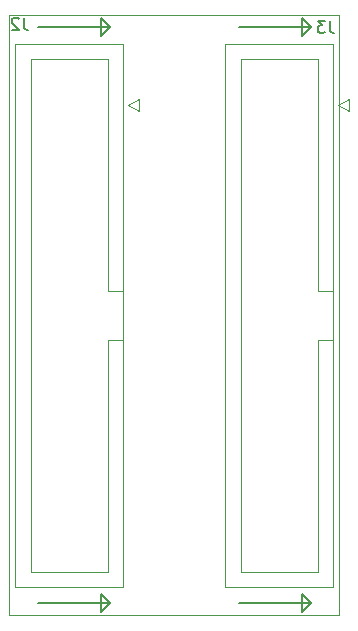
<source format=gbo>
%TF.GenerationSoftware,KiCad,Pcbnew,(6.0.4)*%
%TF.CreationDate,2022-04-05T19:22:05-04:00*%
%TF.ProjectId,paladin_adaptor_2022,70616c61-6469-46e5-9f61-646170746f72,rev?*%
%TF.SameCoordinates,Original*%
%TF.FileFunction,Legend,Bot*%
%TF.FilePolarity,Positive*%
%FSLAX46Y46*%
G04 Gerber Fmt 4.6, Leading zero omitted, Abs format (unit mm)*
G04 Created by KiCad (PCBNEW (6.0.4)) date 2022-04-05 19:22:05*
%MOMM*%
%LPD*%
G01*
G04 APERTURE LIST*
%ADD10C,0.150000*%
%TA.AperFunction,Profile*%
%ADD11C,0.100000*%
%TD*%
%ADD12C,0.120000*%
G04 APERTURE END LIST*
D10*
X121285000Y-51054000D02*
X121285000Y-52578000D01*
X122047000Y-51816000D02*
X115951000Y-51816000D01*
X122047000Y-51816000D02*
X121285000Y-51054000D01*
X121285000Y-52578000D02*
X122047000Y-51816000D01*
X104267000Y-51054000D02*
X104267000Y-52578000D01*
X105029000Y-51816000D02*
X98933000Y-51816000D01*
X105029000Y-51816000D02*
X104267000Y-51054000D01*
X104267000Y-52578000D02*
X105029000Y-51816000D01*
X104267000Y-99822000D02*
X104267000Y-101346000D01*
X105029000Y-100584000D02*
X98933000Y-100584000D01*
X105029000Y-100584000D02*
X104267000Y-99822000D01*
X104267000Y-101346000D02*
X105029000Y-100584000D01*
X121285000Y-99822000D02*
X121285000Y-101346000D01*
X122047000Y-100584000D02*
X115951000Y-100584000D01*
X122047000Y-100584000D02*
X121285000Y-99822000D01*
X121285000Y-101346000D02*
X122047000Y-100584000D01*
D11*
X96520000Y-101600000D02*
X96520000Y-50800000D01*
X124460000Y-101600000D02*
X96520000Y-101600000D01*
X124460000Y-50800000D02*
X124460000Y-101600000D01*
X96520000Y-50800000D02*
X124460000Y-50800000D01*
D10*
%TO.C,J3*%
X123650333Y-51268380D02*
X123650333Y-51982666D01*
X123697952Y-52125523D01*
X123793190Y-52220761D01*
X123936047Y-52268380D01*
X124031285Y-52268380D01*
X123269380Y-51268380D02*
X122650333Y-51268380D01*
X122983666Y-51649333D01*
X122840809Y-51649333D01*
X122745571Y-51696952D01*
X122697952Y-51744571D01*
X122650333Y-51839809D01*
X122650333Y-52077904D01*
X122697952Y-52173142D01*
X122745571Y-52220761D01*
X122840809Y-52268380D01*
X123126523Y-52268380D01*
X123221761Y-52220761D01*
X123269380Y-52173142D01*
%TO.C,J2*%
X97742333Y-51014380D02*
X97742333Y-51728666D01*
X97789952Y-51871523D01*
X97885190Y-51966761D01*
X98028047Y-52014380D01*
X98123285Y-52014380D01*
X97313761Y-51109619D02*
X97266142Y-51062000D01*
X97170904Y-51014380D01*
X96932809Y-51014380D01*
X96837571Y-51062000D01*
X96789952Y-51109619D01*
X96742333Y-51204857D01*
X96742333Y-51300095D01*
X96789952Y-51442952D01*
X97361380Y-52014380D01*
X96742333Y-52014380D01*
D12*
%TO.C,J3*%
X116130000Y-54510000D02*
X116130000Y-97890000D01*
X122630000Y-78250000D02*
X123940000Y-78250000D01*
X123940000Y-53210000D02*
X114820000Y-53210000D01*
X114820000Y-99190000D02*
X123940000Y-99190000D01*
X123940000Y-74150000D02*
X122630000Y-74150000D01*
X116130000Y-97890000D02*
X122630000Y-97890000D01*
X125330000Y-57920000D02*
X125330000Y-58920000D01*
X124330000Y-58420000D02*
X125330000Y-57920000D01*
X123940000Y-99190000D02*
X123940000Y-53210000D01*
X122630000Y-97890000D02*
X122630000Y-78250000D01*
X114820000Y-53210000D02*
X114820000Y-99190000D01*
X125330000Y-58920000D02*
X124330000Y-58420000D01*
X122630000Y-74150000D02*
X122630000Y-54510000D01*
X122630000Y-78250000D02*
X122630000Y-78250000D01*
X122630000Y-54510000D02*
X116130000Y-54510000D01*
%TO.C,J2*%
X107550000Y-57920000D02*
X107550000Y-58920000D01*
X97040000Y-99190000D02*
X106160000Y-99190000D01*
X106160000Y-99190000D02*
X106160000Y-53210000D01*
X104850000Y-78250000D02*
X106160000Y-78250000D01*
X98350000Y-54510000D02*
X98350000Y-97890000D01*
X107550000Y-58920000D02*
X106550000Y-58420000D01*
X104850000Y-74150000D02*
X104850000Y-54510000D01*
X104850000Y-54510000D02*
X98350000Y-54510000D01*
X106550000Y-58420000D02*
X107550000Y-57920000D01*
X97040000Y-53210000D02*
X97040000Y-99190000D01*
X106160000Y-74150000D02*
X104850000Y-74150000D01*
X98350000Y-97890000D02*
X104850000Y-97890000D01*
X106160000Y-53210000D02*
X97040000Y-53210000D01*
X104850000Y-78250000D02*
X104850000Y-78250000D01*
X104850000Y-97890000D02*
X104850000Y-78250000D01*
%TD*%
M02*

</source>
